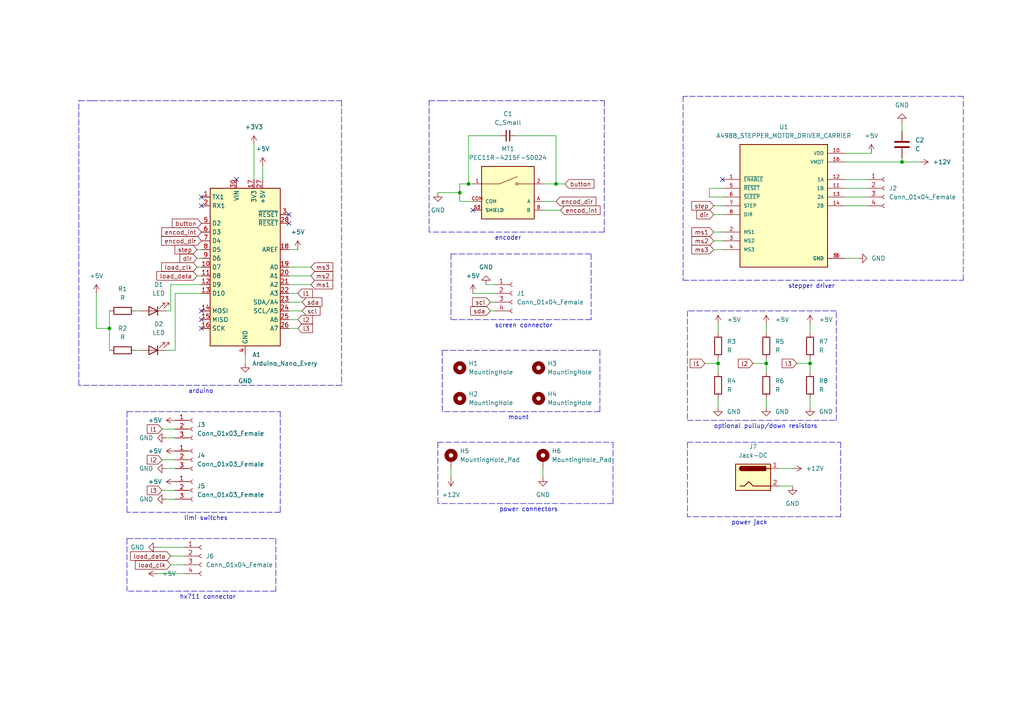
<source format=kicad_sch>
(kicad_sch (version 20211123) (generator eeschema)
  (paper "A4")
  (lib_symbols
    (symbol "A4988_STEPPER_MOTOR_DRIVER_CARRIER:A4988_STEPPER_MOTOR_DRIVER_CARRIER" (pin_names (offset 1.016))
      (property "Reference" "U" (at -12.7 19.05 0))
      (property "Value" "A4988_STEPPER_MOTOR_DRIVER_CARRIER" (at -12.7 -21.59 0))
      (symbol "A4988_STEPPER_MOTOR_DRIVER_CARRIER_0_0"
        (rectangle (start -12.7 -17.78) (end 12.7 17.78) (stroke (width 0.254)) (fill (type background)))
        (pin input line (at -17.78 7.62 0) (length 5.08) (name "~{ENABLE}") (number "1"))
        (pin power_in line (at 17.78 15.24 180) (length 5.08) (name "VDD") (number "10"))
        (pin output line (at 17.78 5.08 180) (length 5.08) (name "1B") (number "11"))
        (pin output line (at 17.78 7.62 180) (length 5.08) (name "1A") (number "12"))
        (pin output line (at 17.78 2.54 180) (length 5.08) (name "2A") (number "13"))
        (pin output line (at 17.78 0 180) (length 5.08) (name "2B") (number "14"))
        (pin power_in line (at 17.78 -15.24 180) (length 5.08) (name "GND") (number "15"))
        (pin power_in line (at 17.78 12.7 180) (length 5.08) (name "VMOT") (number "16"))
        (pin input line (at -17.78 -7.62 0) (length 5.08) (name "MS1") (number "2"))
        (pin input line (at -17.78 -10.16 0) (length 5.08) (name "MS2") (number "3"))
        (pin input line (at -17.78 -12.7 0) (length 5.08) (name "MS3") (number "4"))
        (pin input line (at -17.78 5.08 0) (length 5.08) (name "~{RESET}") (number "5"))
        (pin input line (at -17.78 2.54 0) (length 5.08) (name "~{SLEEP}") (number "6"))
        (pin input line (at -17.78 0 0) (length 5.08) (name "STEP") (number "7"))
        (pin input line (at -17.78 -2.54 0) (length 5.08) (name "DIR") (number "8"))
        (pin power_in line (at 17.78 -15.24 180) (length 5.08) (name "GND") (number "9"))
      )
    )
    (symbol "Connector:Conn_01x03_Female" (pin_names (offset 1.016) hide)
      (property "Reference" "J" (at 0 5.08 0))
      (property "Value" "Conn_01x03_Female" (at 0 -5.08 0))
      (symbol "Conn_01x03_Female_1_1"
        (arc (start 0 -2.032) (mid -0.508 -2.54) (end 0 -3.048) (stroke (width 0.1524)))
        (polyline (pts (xy -1.27 -2.54) (xy -0.508 -2.54)) (stroke (width 0.1524)))
        (polyline (pts (xy -1.27 0) (xy -0.508 0)) (stroke (width 0.1524)))
        (polyline (pts (xy -1.27 2.54) (xy -0.508 2.54)) (stroke (width 0.1524)))
        (arc (start 0 0.508) (mid -0.508 0) (end 0 -0.508) (stroke (width 0.1524)))
        (arc (start 0 3.048) (mid -0.508 2.54) (end 0 2.032) (stroke (width 0.1524)))
        (pin passive line (at -5.08 2.54 0) (length 3.81) (name "Pin_1") (number "1"))
        (pin passive line (at -5.08 0 0) (length 3.81) (name "Pin_2") (number "2"))
        (pin passive line (at -5.08 -2.54 0) (length 3.81) (name "Pin_3") (number "3"))
      )
    )
    (symbol "Connector:Conn_01x04_Female" (pin_names (offset 1.016) hide)
      (property "Reference" "J" (at 0 5.08 0))
      (property "Value" "Conn_01x04_Female" (at 0 -7.62 0))
      (symbol "Conn_01x04_Female_1_1"
        (arc (start 0 -4.572) (mid -0.508 -5.08) (end 0 -5.588) (stroke (width 0.1524)))
        (arc (start 0 -2.032) (mid -0.508 -2.54) (end 0 -3.048) (stroke (width 0.1524)))
        (polyline (pts (xy -1.27 -5.08) (xy -0.508 -5.08)) (stroke (width 0.1524)))
        (polyline (pts (xy -1.27 -2.54) (xy -0.508 -2.54)) (stroke (width 0.1524)))
        (polyline (pts (xy -1.27 0) (xy -0.508 0)) (stroke (width 0.1524)))
        (polyline (pts (xy -1.27 2.54) (xy -0.508 2.54)) (stroke (width 0.1524)))
        (arc (start 0 0.508) (mid -0.508 0) (end 0 -0.508) (stroke (width 0.1524)))
        (arc (start 0 3.048) (mid -0.508 2.54) (end 0 2.032) (stroke (width 0.1524)))
        (pin passive line (at -5.08 2.54 0) (length 3.81) (name "Pin_1") (number "1"))
        (pin passive line (at -5.08 0 0) (length 3.81) (name "Pin_2") (number "2"))
        (pin passive line (at -5.08 -2.54 0) (length 3.81) (name "Pin_3") (number "3"))
        (pin passive line (at -5.08 -5.08 0) (length 3.81) (name "Pin_4") (number "4"))
      )
    )
    (symbol "Connector:Jack-DC" (pin_names (offset 1.016))
      (property "Reference" "J" (at 0 5.334 0))
      (property "Value" "Jack-DC" (at 0 -5.08 0))
      (symbol "Jack-DC_0_1"
        (rectangle (start -5.08 3.81) (end 5.08 -3.81) (stroke (width 0.254)) (fill (type background)))
        (arc (start -3.302 3.175) (mid -3.937 2.54) (end -3.302 1.905) (stroke (width 0.254)))
        (arc (start -3.302 3.175) (mid -3.937 2.54) (end -3.302 1.905) (stroke (width 0.254)) (fill (type outline)))
        (polyline (pts (xy 5.08 2.54) (xy 3.81 2.54)) (stroke (width 0.254)))
        (polyline (pts (xy -3.81 -2.54) (xy -2.54 -2.54) (xy -1.27 -1.27) (xy 0 -2.54) (xy 2.54 -2.54) (xy 5.08 -2.54)) (stroke (width 0.254)))
        (rectangle (start 3.683 3.175) (end -3.302 1.905) (stroke (width 0.254)) (fill (type outline)))
      )
      (symbol "Jack-DC_1_1"
        (pin passive line (at 7.62 2.54 180) (length 2.54) (name "~") (number "1"))
        (pin passive line (at 7.62 -2.54 180) (length 2.54) (name "~") (number "2"))
      )
    )
    (symbol "Device:C" (pin_numbers hide) (pin_names (offset 0.254))
      (property "Reference" "C" (at 0.635 2.54 0))
      (property "Value" "C" (at 0.635 -2.54 0))
      (symbol "C_0_1"
        (polyline (pts (xy -2.032 -0.762) (xy 2.032 -0.762)) (stroke (width 0.508)))
        (polyline (pts (xy -2.032 0.762) (xy 2.032 0.762)) (stroke (width 0.508)))
      )
      (symbol "C_1_1"
        (pin passive line (at 0 3.81 270) (length 2.794) (name "~") (number "1"))
        (pin passive line (at 0 -3.81 90) (length 2.794) (name "~") (number "2"))
      )
    )
    (symbol "Device:C_Small" (pin_numbers hide) (pin_names (offset 0.254) hide)
      (property "Reference" "C" (at 0.254 1.778 0))
      (property "Value" "C_Small" (at 0.254 -2.032 0))
      (symbol "C_Small_0_1"
        (polyline (pts (xy -1.524 -0.508) (xy 1.524 -0.508)) (stroke (width 0.3302)))
        (polyline (pts (xy -1.524 0.508) (xy 1.524 0.508)) (stroke (width 0.3048)))
      )
      (symbol "C_Small_1_1"
        (pin passive line (at 0 2.54 270) (length 2.032) (name "~") (number "1"))
        (pin passive line (at 0 -2.54 90) (length 2.032) (name "~") (number "2"))
      )
    )
    (symbol "Device:LED" (pin_numbers hide) (pin_names (offset 1.016) hide)
      (property "Reference" "D" (at 0 2.54 0))
      (property "Value" "LED" (at 0 -2.54 0))
      (symbol "LED_0_1"
        (polyline (pts (xy -1.27 -1.27) (xy -1.27 1.27)) (stroke (width 0.254)))
        (polyline (pts (xy -1.27 0) (xy 1.27 0)))
        (polyline (pts (xy 1.27 -1.27) (xy 1.27 1.27) (xy -1.27 0) (xy 1.27 -1.27)) (stroke (width 0.254)))
        (polyline (pts (xy -3.048 -0.762) (xy -4.572 -2.286) (xy -3.81 -2.286) (xy -4.572 -2.286) (xy -4.572 -1.524)))
        (polyline (pts (xy -1.778 -0.762) (xy -3.302 -2.286) (xy -2.54 -2.286) (xy -3.302 -2.286) (xy -3.302 -1.524)))
      )
      (symbol "LED_1_1"
        (pin passive line (at -3.81 0 0) (length 2.54) (name "K") (number "1"))
        (pin passive line (at 3.81 0 180) (length 2.54) (name "A") (number "2"))
      )
    )
    (symbol "Device:R" (pin_numbers hide) (pin_names (offset 0))
      (property "Reference" "R" (at 2.032 0 90))
      (property "Value" "R" (at 0 0 90))
      (symbol "R_0_1"
        (rectangle (start -1.016 -2.54) (end 1.016 2.54) (stroke (width 0.254)))
      )
      (symbol "R_1_1"
        (pin passive line (at 0 3.81 270) (length 1.27) (name "~") (number "1"))
        (pin passive line (at 0 -3.81 90) (length 1.27) (name "~") (number "2"))
      )
    )
    (symbol "MCU_Module:Arduino_Nano_Every"
      (property "Reference" "A" (at -10.16 23.495 0))
      (property "Value" "Arduino_Nano_Every" (at 5.08 -24.13 0))
      (symbol "Arduino_Nano_Every_0_1"
        (rectangle (start -10.16 22.86) (end 10.16 -22.86) (stroke (width 0.254)) (fill (type background)))
      )
      (symbol "Arduino_Nano_Every_1_1"
        (pin bidirectional line (at -12.7 20.32 0) (length 2.54) (name "TX1") (number "1"))
        (pin bidirectional line (at -12.7 0 0) (length 2.54) (name "D7") (number "10"))
        (pin bidirectional line (at -12.7 -2.54 0) (length 2.54) (name "D8") (number "11"))
        (pin bidirectional line (at -12.7 -5.08 0) (length 2.54) (name "D9") (number "12"))
        (pin bidirectional line (at -12.7 -7.62 0) (length 2.54) (name "D10") (number "13"))
        (pin bidirectional line (at -12.7 -12.7 0) (length 2.54) (name "MOSI") (number "14"))
        (pin bidirectional line (at -12.7 -15.24 0) (length 2.54) (name "MISO") (number "15"))
        (pin bidirectional line (at -12.7 -17.78 0) (length 2.54) (name "SCK") (number "16"))
        (pin power_out line (at 2.54 25.4 270) (length 2.54) (name "3V3") (number "17"))
        (pin input line (at 12.7 5.08 180) (length 2.54) (name "AREF") (number "18"))
        (pin bidirectional line (at 12.7 0 180) (length 2.54) (name "A0") (number "19"))
        (pin bidirectional line (at -12.7 17.78 0) (length 2.54) (name "RX1") (number "2"))
        (pin bidirectional line (at 12.7 -2.54 180) (length 2.54) (name "A1") (number "20"))
        (pin bidirectional line (at 12.7 -5.08 180) (length 2.54) (name "A2") (number "21"))
        (pin bidirectional line (at 12.7 -7.62 180) (length 2.54) (name "A3") (number "22"))
        (pin bidirectional line (at 12.7 -10.16 180) (length 2.54) (name "SDA/A4") (number "23"))
        (pin bidirectional line (at 12.7 -12.7 180) (length 2.54) (name "SCL/A5") (number "24"))
        (pin bidirectional line (at 12.7 -15.24 180) (length 2.54) (name "A6") (number "25"))
        (pin bidirectional line (at 12.7 -17.78 180) (length 2.54) (name "A7") (number "26"))
        (pin power_out line (at 5.08 25.4 270) (length 2.54) (name "+5V") (number "27"))
        (pin input line (at 12.7 12.7 180) (length 2.54) (name "~{RESET}") (number "28"))
        (pin passive line (at 0 -25.4 90) (length 2.54) hide (name "GND") (number "29"))
        (pin input line (at 12.7 15.24 180) (length 2.54) (name "~{RESET}") (number "3"))
        (pin power_in line (at -2.54 25.4 270) (length 2.54) (name "VIN") (number "30"))
        (pin power_in line (at 0 -25.4 90) (length 2.54) (name "GND") (number "4"))
        (pin bidirectional line (at -12.7 12.7 0) (length 2.54) (name "D2") (number "5"))
        (pin bidirectional line (at -12.7 10.16 0) (length 2.54) (name "D3") (number "6"))
        (pin bidirectional line (at -12.7 7.62 0) (length 2.54) (name "D4") (number "7"))
        (pin bidirectional line (at -12.7 5.08 0) (length 2.54) (name "D5") (number "8"))
        (pin bidirectional line (at -12.7 2.54 0) (length 2.54) (name "D6") (number "9"))
      )
    )
    (symbol "Mechanical:MountingHole" (pin_names (offset 1.016))
      (property "Reference" "H" (at 0 5.08 0))
      (property "Value" "MountingHole" (at 0 3.175 0))
      (symbol "MountingHole_0_1"
        (circle (center 0 0) (radius 1.27) (stroke (width 1.27)))
      )
    )
    (symbol "Mechanical:MountingHole_Pad" (pin_numbers hide) (pin_names (offset 1.016) hide)
      (property "Reference" "H" (at 0 6.35 0))
      (property "Value" "MountingHole_Pad" (at 0 4.445 0))
      (symbol "MountingHole_Pad_0_1"
        (circle (center 0 1.27) (radius 1.27) (stroke (width 1.27)))
      )
      (symbol "MountingHole_Pad_1_1"
        (pin input line (at 0 -2.54 90) (length 2.54) (name "1") (number "1"))
      )
    )
    (symbol "PEC11R-4215F-S0024:PEC11R-4215F-S0024" (pin_names (offset 1.016))
      (property "Reference" "MT" (at -7.62 8.89 0))
      (property "Value" "PEC11R-4215F-S0024" (at -7.62 -8.89 0))
      (symbol "PEC11R-4215F-S0024_0_0"
        (rectangle (start -7.62 -7.62) (end 7.62 7.62) (stroke (width 0.254)) (fill (type background)))
        (polyline (pts (xy -2.54 2.54) (xy -7.62 2.54)) (stroke (width 0.1524)))
        (polyline (pts (xy -2.54 2.54) (xy 2.794 4.6736)) (stroke (width 0.1524)))
        (polyline (pts (xy 7.62 2.54) (xy 2.921 2.54)) (stroke (width 0.1524)))
        (circle (center 2.54 2.54) (radius 0.3302) (stroke (width 0.1524)))
        (pin passive line (at -10.16 2.54 0) (length 2.54) (name "~") (number "1"))
        (pin passive line (at 10.16 2.54 180) (length 2.54) (name "~") (number "2"))
        (pin passive line (at 10.16 -2.54 180) (length 2.54) (name "A") (number "A"))
        (pin passive line (at 10.16 -5.08 180) (length 2.54) (name "B") (number "B"))
        (pin passive line (at -10.16 -2.54 0) (length 2.54) (name "COM") (number "COM"))
        (pin passive line (at -10.16 -5.08 0) (length 2.54) (name "SHIELD") (number "S1"))
        (pin passive line (at -10.16 -5.08 0) (length 2.54) (name "SHIELD") (number "S2"))
      )
    )
    (symbol "power:+12V" (power) (pin_names (offset 0))
      (property "Value" "+12V" (at 0 3.556 0))
      (symbol "+12V_0_1"
        (polyline (pts (xy -0.762 1.27) (xy 0 2.54)))
        (polyline (pts (xy 0 0) (xy 0 2.54)))
        (polyline (pts (xy 0 2.54) (xy 0.762 1.27)))
      )
      (symbol "+12V_1_1"
        (pin power_in line (at 0 0 90) (length 0) hide (name "+12V") (number "1"))
      )
    )
    (symbol "power:+3.3V" (power) (pin_names (offset 0))
      (property "Value" "+3.3V" (at 0 3.556 0))
      (symbol "+3.3V_0_1"
        (polyline (pts (xy -0.762 1.27) (xy 0 2.54)))
        (polyline (pts (xy 0 0) (xy 0 2.54)))
        (polyline (pts (xy 0 2.54) (xy 0.762 1.27)))
      )
      (symbol "+3.3V_1_1"
        (pin power_in line (at 0 0 90) (length 0) hide (name "+3V3") (number "1"))
      )
    )
    (symbol "power:+5V" (power) (pin_names (offset 0))
      (property "Value" "+5V" (at 0 3.556 0))
      (symbol "+5V_0_1"
        (polyline (pts (xy -0.762 1.27) (xy 0 2.54)))
        (polyline (pts (xy 0 0) (xy 0 2.54)))
        (polyline (pts (xy 0 2.54) (xy 0.762 1.27)))
      )
      (symbol "+5V_1_1"
        (pin power_in line (at 0 0 90) (length 0) hide (name "+5V") (number "1"))
      )
    )
    (symbol "power:GND" (power) (pin_names (offset 0))
      (property "Value" "GND" (at 0 -3.81 0))
      (symbol "GND_0_1"
        (polyline (pts (xy 0 0) (xy 0 -1.27) (xy 1.27 -1.27) (xy 0 -2.54) (xy -1.27 -1.27) (xy 0 -1.27)))
      )
      (symbol "GND_1_1"
        (pin power_in line (at 0 0 270) (length 0) hide (name "GND") (number "1"))
      )
    )
  )
  (junction (at 161.29 53.34))
  (junction (at 135.89 53.34))
  (junction (at 261.62 46.99))
  (junction (at 208.28 105.41))
  (junction (at 31.75 95.25))
  (junction (at 133.35 55.88))
  (junction (at 234.95 105.41))
  (junction (at 222.25 105.41))
  (no_connect (at 83.82 62.23))
  (no_connect (at 83.82 64.77))
  (no_connect (at 58.42 57.15))
  (no_connect (at 58.42 59.69))
  (no_connect (at 58.42 90.17))
  (no_connect (at 58.42 92.71))
  (no_connect (at 58.42 95.25))
  (no_connect (at 209.55 52.07))
  (no_connect (at 137.16 60.96))
  (no_connect (at 68.58 52.07))
  (wire (pts (xy 142.24 87.63) (xy 143.51 87.63)))
  (wire (pts (xy 222.25 93.98) (xy 222.25 96.52)))
  (polyline (pts (xy 171.45 92.71) (xy 130.81 92.71)))
  (wire (pts (xy 57.15 72.39) (xy 58.42 72.39)))
  (wire (pts (xy 133.35 55.88) (xy 133.35 53.34)))
  (polyline (pts (xy 124.46 29.21) (xy 128.27 29.21)))
  (wire (pts (xy 218.44 105.41) (xy 222.25 105.41)))
  (polyline (pts (xy 81.28 119.38) (xy 81.28 148.59)))
  (wire (pts (xy 245.11 52.07) (xy 251.46 52.07)))
  (wire (pts (xy 83.82 82.55) (xy 90.17 82.55)))
  (polyline (pts (xy 199.39 128.27) (xy 243.84 128.27)))
  (wire (pts (xy 157.48 53.34) (xy 161.29 53.34)))
  (polyline (pts (xy 173.99 119.38) (xy 128.27 119.38)))
  (wire (pts (xy 46.99 124.46) (xy 50.8 124.46)))
  (wire (pts (xy 83.82 90.17) (xy 87.63 90.17)))
  (wire (pts (xy 245.11 54.61) (xy 251.46 54.61)))
  (polyline (pts (xy 279.4 27.94) (xy 198.12 27.94)))
  (wire (pts (xy 83.82 80.01) (xy 90.17 80.01)))
  (wire (pts (xy 222.25 115.57) (xy 222.25 118.11)))
  (wire (pts (xy 245.11 57.15) (xy 251.46 57.15)))
  (wire (pts (xy 207.01 62.23) (xy 209.55 62.23)))
  (polyline (pts (xy 81.28 148.59) (xy 36.83 148.59)))
  (wire (pts (xy 46.99 142.24) (xy 50.8 142.24)))
  (wire (pts (xy 57.15 80.01) (xy 58.42 80.01)))
  (wire (pts (xy 39.37 101.6) (xy 40.64 101.6)))
  (polyline (pts (xy 99.06 29.21) (xy 99.06 111.76)))
  (polyline (pts (xy 36.83 156.21) (xy 36.83 171.45)))
  (wire (pts (xy 137.16 85.09) (xy 143.51 85.09)))
  (wire (pts (xy 204.47 105.41) (xy 208.28 105.41)))
  (polyline (pts (xy 36.83 119.38) (xy 36.83 148.59)))
  (wire (pts (xy 83.82 95.25) (xy 86.36 95.25)))
  (polyline (pts (xy 242.57 90.17) (xy 199.39 90.17)))
  (wire (pts (xy 207.01 59.69) (xy 209.55 59.69)))
  (wire (pts (xy 39.37 90.17) (xy 40.64 90.17)))
  (polyline (pts (xy 80.01 171.45) (xy 36.83 171.45)))
  (wire (pts (xy 71.12 102.87) (xy 71.12 105.41)))
  (wire (pts (xy 245.11 74.93) (xy 248.92 74.93)))
  (wire (pts (xy 27.94 95.25) (xy 31.75 95.25)))
  (wire (pts (xy 209.55 57.15) (xy 205.74 57.15)))
  (wire (pts (xy 49.53 163.83) (xy 53.34 163.83)))
  (wire (pts (xy 83.82 85.09) (xy 86.36 85.09)))
  (polyline (pts (xy 199.39 121.92) (xy 242.57 121.92)))
  (wire (pts (xy 45.72 158.75) (xy 53.34 158.75)))
  (wire (pts (xy 261.62 46.99) (xy 266.7 46.99)))
  (polyline (pts (xy 128.27 101.6) (xy 173.99 101.6)))
  (polyline (pts (xy 175.26 29.21) (xy 175.26 67.31)))
  (wire (pts (xy 83.82 77.47) (xy 90.17 77.47)))
  (wire (pts (xy 234.95 115.57) (xy 234.95 118.11)))
  (wire (pts (xy 46.99 133.35) (xy 50.8 133.35)))
  (polyline (pts (xy 177.8 146.05) (xy 127 146.05)))
  (wire (pts (xy 76.2 48.26) (xy 76.2 52.07)))
  (wire (pts (xy 157.48 58.42) (xy 161.29 58.42)))
  (wire (pts (xy 27.94 85.09) (xy 27.94 95.25)))
  (wire (pts (xy 130.81 135.89) (xy 130.81 138.43)))
  (wire (pts (xy 161.29 39.37) (xy 161.29 53.34)))
  (wire (pts (xy 207.01 69.85) (xy 209.55 69.85)))
  (wire (pts (xy 144.78 39.37) (xy 135.89 39.37)))
  (wire (pts (xy 83.82 87.63) (xy 87.63 87.63)))
  (wire (pts (xy 31.75 95.25) (xy 31.75 101.6)))
  (wire (pts (xy 234.95 105.41) (xy 234.95 107.95)))
  (polyline (pts (xy 124.46 67.31) (xy 124.46 29.21)))
  (wire (pts (xy 83.82 92.71) (xy 86.36 92.71)))
  (wire (pts (xy 222.25 105.41) (xy 222.25 107.95)))
  (wire (pts (xy 226.06 140.97) (xy 229.87 140.97)))
  (wire (pts (xy 234.95 104.14) (xy 234.95 105.41)))
  (wire (pts (xy 31.75 90.17) (xy 31.75 95.25)))
  (wire (pts (xy 234.95 93.98) (xy 234.95 96.52)))
  (polyline (pts (xy 243.84 128.27) (xy 243.84 149.86)))
  (wire (pts (xy 207.01 72.39) (xy 209.55 72.39)))
  (polyline (pts (xy 99.06 111.76) (xy 22.86 111.76)))
  (polyline (pts (xy 130.81 73.66) (xy 171.45 73.66)))
  (wire (pts (xy 57.15 77.47) (xy 58.42 77.47)))
  (wire (pts (xy 133.35 53.34) (xy 135.89 53.34)))
  (polyline (pts (xy 279.4 81.28) (xy 279.4 27.94)))
  (polyline (pts (xy 175.26 67.31) (xy 124.46 67.31)))
  (wire (pts (xy 50.8 85.09) (xy 58.42 85.09)))
  (wire (pts (xy 261.62 35.56) (xy 261.62 38.1)))
  (polyline (pts (xy 243.84 149.86) (xy 199.39 149.86)))
  (polyline (pts (xy 130.81 73.66) (xy 130.81 92.71)))
  (wire (pts (xy 245.11 44.45) (xy 252.73 44.45)))
  (wire (pts (xy 245.11 46.99) (xy 261.62 46.99)))
  (wire (pts (xy 261.62 45.72) (xy 261.62 46.99)))
  (wire (pts (xy 127 55.88) (xy 133.35 55.88)))
  (wire (pts (xy 57.15 74.93) (xy 58.42 74.93)))
  (polyline (pts (xy 80.01 156.21) (xy 80.01 171.45)))
  (polyline (pts (xy 242.57 121.92) (xy 242.57 90.17)))
  (wire (pts (xy 83.82 72.39) (xy 86.36 72.39)))
  (wire (pts (xy 205.74 57.15) (xy 205.74 54.61)))
  (polyline (pts (xy 36.83 119.38) (xy 81.28 119.38)))
  (polyline (pts (xy 127 128.27) (xy 177.8 128.27)))
  (wire (pts (xy 49.53 90.17) (xy 49.53 82.55)))
  (wire (pts (xy 208.28 115.57) (xy 208.28 118.11)))
  (wire (pts (xy 135.89 39.37) (xy 135.89 53.34)))
  (polyline (pts (xy 26.67 29.21) (xy 99.06 29.21)))
  (wire (pts (xy 50.8 85.09) (xy 50.8 101.6)))
  (polyline (pts (xy 127 128.27) (xy 127 146.05)))
  (wire (pts (xy 48.26 90.17) (xy 49.53 90.17)))
  (wire (pts (xy 161.29 53.34) (xy 163.83 53.34)))
  (wire (pts (xy 133.35 58.42) (xy 133.35 55.88)))
  (wire (pts (xy 226.06 135.89) (xy 229.87 135.89)))
  (wire (pts (xy 231.14 105.41) (xy 234.95 105.41)))
  (polyline (pts (xy 177.8 128.27) (xy 177.8 146.05)))
  (wire (pts (xy 48.26 135.89) (xy 50.8 135.89)))
  (wire (pts (xy 207.01 67.31) (xy 209.55 67.31)))
  (wire (pts (xy 157.48 135.89) (xy 157.48 138.43)))
  (wire (pts (xy 208.28 105.41) (xy 208.28 107.95)))
  (wire (pts (xy 222.25 104.14) (xy 222.25 105.41)))
  (wire (pts (xy 45.72 166.37) (xy 53.34 166.37)))
  (wire (pts (xy 205.74 54.61) (xy 209.55 54.61)))
  (wire (pts (xy 245.11 59.69) (xy 251.46 59.69)))
  (wire (pts (xy 73.66 41.91) (xy 73.66 52.07)))
  (wire (pts (xy 48.26 101.6) (xy 50.8 101.6)))
  (wire (pts (xy 135.89 53.34) (xy 137.16 53.34)))
  (wire (pts (xy 157.48 60.96) (xy 162.56 60.96)))
  (wire (pts (xy 208.28 104.14) (xy 208.28 105.41)))
  (wire (pts (xy 140.97 82.55) (xy 143.51 82.55)))
  (polyline (pts (xy 22.86 111.76) (xy 22.86 29.21)))
  (polyline (pts (xy 199.39 128.27) (xy 199.39 149.86)))
  (polyline (pts (xy 171.45 73.66) (xy 171.45 92.71)))
  (polyline (pts (xy 128.27 101.6) (xy 128.27 119.38)))
  (wire (pts (xy 48.26 144.78) (xy 50.8 144.78)))
  (wire (pts (xy 149.86 39.37) (xy 161.29 39.37)))
  (wire (pts (xy 48.26 127) (xy 50.8 127)))
  (polyline (pts (xy 22.86 29.21) (xy 26.67 29.21)))
  (wire (pts (xy 49.53 161.29) (xy 53.34 161.29)))
  (polyline (pts (xy 198.12 27.94) (xy 198.12 81.28)))
  (wire (pts (xy 142.24 90.17) (xy 143.51 90.17)))
  (polyline (pts (xy 128.27 29.21) (xy 175.26 29.21)))
  (wire (pts (xy 137.16 58.42) (xy 133.35 58.42)))
  (polyline (pts (xy 198.12 81.28) (xy 279.4 81.28)))
  (polyline (pts (xy 36.83 156.21) (xy 80.01 156.21)))
  (polyline (pts (xy 173.99 101.6) (xy 173.99 119.38)))
  (wire (pts (xy 208.28 93.98) (xy 208.28 96.52)))
  (polyline (pts (xy 199.39 90.17) (xy 199.39 121.92)))
  (wire (pts (xy 49.53 82.55) (xy 58.42 82.55)))
  (text "arduino\n" (at 54.61 114.3 0) (effects (font (size 1.27 1.27)) (justify left bottom)))
  (text "encoder\n" (at 143.51 69.85 0) (effects (font (size 1.27 1.27)) (justify left bottom)))
  (text "stepper driver\n" (at 228.6 83.82 0) (effects (font (size 1.27 1.27)) (justify left bottom)))
  (text "limi switches\n" (at 53.34 151.13 0) (effects (font (size 1.27 1.27)) (justify left bottom)))
  (text "power connectors\n" (at 144.78 148.59 0) (effects (font (size 1.27 1.27)) (justify left bottom)))
  (text "screen connector\n" (at 143.51 95.25 0) (effects (font (size 1.27 1.27)) (justify left bottom)))
  (text "mount\n" (at 147.32 121.92 0) (effects (font (size 1.27 1.27)) (justify left bottom)))
  (text "power jack" (at 212.09 152.4 0) (effects (font (size 1.27 1.27)) (justify left bottom)))
  (text "hx711 connector\n" (at 52.07 173.99 0) (effects (font (size 1.27 1.27)) (justify left bottom)))
  (text "optional pullup/down resistors\n" (at 207.01 124.46 0) (effects (font (size 1.27 1.27)) (justify left bottom)))
  (global_label "scl" (shape input) (at 87.63 90.17 0) (property "Intersheet References" "${INTERSHEET_REFS}" (effects hide)))
  (global_label "button" (shape input) (at 163.83 53.34 0) (property "Intersheet References" "${INTERSHEET_REFS}" (effects hide)))
  (global_label "load_clk" (shape input) (at 49.53 163.83 180) (property "Intersheet References" "${INTERSHEET_REFS}" (effects hide)))
  (global_label "ms3" (shape input) (at 90.17 77.47 0) (property "Intersheet References" "${INTERSHEET_REFS}" (effects hide)))
  (global_label "ms1" (shape input) (at 207.01 67.31 180) (property "Intersheet References" "${INTERSHEET_REFS}" (effects hide)))
  (global_label "scl" (shape input) (at 142.24 87.63 180) (property "Intersheet References" "${INTERSHEET_REFS}" (effects hide)))
  (global_label "encod_dir" (shape input) (at 161.29 58.42 0) (property "Intersheet References" "${INTERSHEET_REFS}" (effects hide)))
  (global_label "l3" (shape input) (at 86.36 95.25 0) (property "Intersheet References" "${INTERSHEET_REFS}" (effects hide)))
  (global_label "l3" (shape input) (at 46.99 142.24 180) (property "Intersheet References" "${INTERSHEET_REFS}" (effects hide)))
  (global_label "button" (shape input) (at 58.42 64.77 180) (property "Intersheet References" "${INTERSHEET_REFS}" (effects hide)))
  (global_label "sda" (shape input) (at 87.63 87.63 0) (property "Intersheet References" "${INTERSHEET_REFS}" (effects hide)))
  (global_label "dir" (shape input) (at 57.15 74.93 180) (property "Intersheet References" "${INTERSHEET_REFS}" (effects hide)))
  (global_label "dir" (shape input) (at 207.01 62.23 180) (property "Intersheet References" "${INTERSHEET_REFS}" (effects hide)))
  (global_label "sda" (shape input) (at 142.24 90.17 180) (property "Intersheet References" "${INTERSHEET_REFS}" (effects hide)))
  (global_label "ms2" (shape input) (at 90.17 80.01 0) (property "Intersheet References" "${INTERSHEET_REFS}" (effects hide)))
  (global_label "l2" (shape input) (at 46.99 133.35 180) (property "Intersheet References" "${INTERSHEET_REFS}" (effects hide)))
  (global_label "ms3" (shape input) (at 207.01 72.39 180) (property "Intersheet References" "${INTERSHEET_REFS}" (effects hide)))
  (global_label "l2" (shape input) (at 86.36 92.71 0) (property "Intersheet References" "${INTERSHEET_REFS}" (effects hide)))
  (global_label "l1" (shape input) (at 86.36 85.09 0) (property "Intersheet References" "${INTERSHEET_REFS}" (effects hide)))
  (global_label "l1" (shape input) (at 46.99 124.46 180) (property "Intersheet References" "${INTERSHEET_REFS}" (effects hide)))
  (global_label "ms2" (shape input) (at 207.01 69.85 180) (property "Intersheet References" "${INTERSHEET_REFS}" (effects hide)))
  (global_label "l2" (shape input) (at 218.44 105.41 180) (property "Intersheet References" "${INTERSHEET_REFS}" (effects hide)))
  (global_label "l1" (shape input) (at 204.47 105.41 180) (property "Intersheet References" "${INTERSHEET_REFS}" (effects hide)))
  (global_label "load_clk" (shape input) (at 57.15 77.47 180) (property "Intersheet References" "${INTERSHEET_REFS}" (effects hide)))
  (global_label "load_data" (shape input) (at 57.15 80.01 180) (property "Intersheet References" "${INTERSHEET_REFS}" (effects hide)))
  (global_label "encod_int" (shape input) (at 58.42 67.31 180) (property "Intersheet References" "${INTERSHEET_REFS}" (effects hide)))
  (global_label "encod_int" (shape input) (at 162.56 60.96 0) (property "Intersheet References" "${INTERSHEET_REFS}" (effects hide)))
  (global_label "load_data" (shape input) (at 49.53 161.29 180) (property "Intersheet References" "${INTERSHEET_REFS}" (effects hide)))
  (global_label "encod_dir" (shape input) (at 58.42 69.85 180) (property "Intersheet References" "${INTERSHEET_REFS}" (effects hide)))
  (global_label "l3" (shape input) (at 231.14 105.41 180) (property "Intersheet References" "${INTERSHEET_REFS}" (effects hide)))
  (global_label "ms1" (shape input) (at 90.17 82.55 0) (property "Intersheet References" "${INTERSHEET_REFS}" (effects hide)))
  (global_label "step" (shape input) (at 57.15 72.39 180) (property "Intersheet References" "${INTERSHEET_REFS}" (effects hide)))
  (global_label "step" (shape input) (at 207.01 59.69 180) (property "Intersheet References" "${INTERSHEET_REFS}" (effects hide)))
  (symbol (lib_id "PEC11R-4215F-S0024:PEC11R-4215F-S0024") (at 147.32 55.88 0) (unit 1)
    (property "Reference" "MT1" (at 147.32 43.18 0))
    (property "Value" "PEC11R-4215F-S0024" (at 147.32 45.72 0))
    (property "Footprint" "Rotary_Encoder:RotaryEncoder_Alps_EC11E-Switch_Vertical_H20mm" (effects hide))
    (property "PARTREV" "Rev. 09/19" (effects hide))
    (property "MANUFACTURER" "J.W.Miller/Bourns" (effects hide))
    (property "STANDARD" "Manufacturer Recommendations" (effects hide))
    (property "MAXIMUM_PACKAGE_HEIGHT" "21.5 mm" (effects hide))
  )
  (symbol (lib_id "MCU_Module:Arduino_Nano_Every") (at 71.12 77.47 0) (unit 1)
    (property "Reference" "A1" (at 73.1394 102.87 0) (effects (justify left)))
    (property "Value" "Arduino_Nano_Every" (at 73.1394 105.41 0) (effects (justify left)))
    (property "Footprint" "Module:Arduino_Nano" (effects hide))
    (property "Datasheet" "https://content.arduino.cc/assets/NANOEveryV3.0_sch.pdf" (effects hide))
  )
  (symbol (lib_id "power:GND") (at 248.92 74.93 90) (unit 1)
    (property "Reference" "#PWR09" (effects hide))
    (property "Value" "GND" (at 252.73 74.9299 90) (effects (justify right)))
  )
  (symbol (lib_id "power:+5V") (at 50.8 121.92 90) (unit 1)
    (property "Reference" "#PWR018" (effects hide))
    (property "Value" "+5V" (at 46.99 121.9199 90) (effects (justify left)))
  )
  (symbol (lib_id "Device:R") (at 222.25 111.76 0) (unit 1)
    (property "Reference" "R6" (at 224.79 110.4899 0) (effects (justify left)))
    (property "Value" "R" (at 224.79 113.0299 0) (effects (justify left)))
    (property "Footprint" "Resistor_THT:R_Axial_DIN0411_L9.9mm_D3.6mm_P12.70mm_Horizontal" (effects hide))
  )
  (symbol (lib_id "Mechanical:MountingHole") (at 133.35 115.57 0) (unit 1)
    (property "Reference" "H2" (at 135.89 114.2999 0) (effects (justify left)))
    (property "Value" "MountingHole" (at 135.89 116.8399 0) (effects (justify left)))
    (property "Footprint" "MountingHole:MountingHole_3.2mm_M3_Pad" (effects hide))
  )
  (symbol (lib_id "power:+5V") (at 86.36 72.39 0) (unit 1)
    (property "Reference" "#PWR05" (effects hide))
    (property "Value" "+5V" (at 86.36 67.31 0))
  )
  (symbol (lib_id "Connector:Conn_01x03_Female") (at 55.88 142.24 0) (unit 1)
    (property "Reference" "J5" (at 57.15 140.9699 0) (effects (justify left)))
    (property "Value" "Conn_01x03_Female" (at 57.15 143.5099 0) (effects (justify left)))
    (property "Footprint" "Connector_PinHeader_2.54mm:PinHeader_1x03_P2.54mm_Vertical" (effects hide))
  )
  (symbol (lib_id "Device:R") (at 234.95 100.33 0) (unit 1)
    (property "Reference" "R7" (at 237.49 99.0599 0) (effects (justify left)))
    (property "Value" "R" (at 237.49 101.5999 0) (effects (justify left)))
    (property "Footprint" "Resistor_THT:R_Axial_DIN0411_L9.9mm_D3.6mm_P12.70mm_Horizontal" (effects hide))
  )
  (symbol (lib_id "Device:R") (at 208.28 111.76 0) (unit 1)
    (property "Reference" "R4" (at 210.82 110.4899 0) (effects (justify left)))
    (property "Value" "R" (at 210.82 113.0299 0) (effects (justify left)))
    (property "Footprint" "Resistor_THT:R_Axial_DIN0411_L9.9mm_D3.6mm_P12.70mm_Horizontal" (effects hide))
  )
  (symbol (lib_id "power:+5V") (at 50.8 130.81 90) (unit 1)
    (property "Reference" "#PWR019" (effects hide))
    (property "Value" "+5V" (at 46.99 130.8099 90) (effects (justify left)))
  )
  (symbol (lib_id "Mechanical:MountingHole_Pad") (at 130.81 133.35 0) (unit 1)
    (property "Reference" "H5" (at 133.35 130.8099 0) (effects (justify left)))
    (property "Value" "MountingHole_Pad" (at 133.35 133.3499 0) (effects (justify left)))
    (property "Footprint" "MountingHole:MountingHole_3.2mm_M3_Pad_Via" (effects hide))
  )
  (symbol (lib_id "Device:R") (at 35.56 101.6 270) (unit 1)
    (property "Reference" "R2" (at 35.56 95.25 90))
    (property "Value" "R" (at 35.56 97.79 90))
    (property "Footprint" "Resistor_THT:R_Axial_DIN0411_L9.9mm_D3.6mm_P12.70mm_Horizontal" (effects hide))
  )
  (symbol (lib_id "Mechanical:MountingHole") (at 156.21 106.68 0) (unit 1)
    (property "Reference" "H3" (at 158.75 105.4099 0) (effects (justify left)))
    (property "Value" "MountingHole" (at 158.75 107.9499 0) (effects (justify left)))
    (property "Footprint" "MountingHole:MountingHole_3.2mm_M3_Pad" (effects hide))
  )
  (symbol (lib_id "power:GND") (at 45.72 158.75 270) (unit 1)
    (property "Reference" "#PWR013" (effects hide))
    (property "Value" "GND" (at 41.91 158.7499 90) (effects (justify right)))
  )
  (symbol (lib_id "Mechanical:MountingHole") (at 133.35 106.68 0) (unit 1)
    (property "Reference" "H1" (at 135.89 105.4099 0) (effects (justify left)))
    (property "Value" "MountingHole" (at 135.89 107.9499 0) (effects (justify left)))
    (property "Footprint" "MountingHole:MountingHole_3.2mm_M3_Pad" (effects hide))
  )
  (symbol (lib_id "power:+12V") (at 266.7 46.99 270) (unit 1)
    (property "Reference" "#PWR012" (effects hide))
    (property "Value" "+12V" (at 270.51 46.9899 90) (effects (justify left)))
  )
  (symbol (lib_id "Device:C") (at 261.62 41.91 0) (unit 1)
    (property "Reference" "C2" (at 265.43 40.6399 0) (effects (justify left)))
    (property "Value" "C" (at 265.43 43.1799 0) (effects (justify left)))
    (property "Footprint" "Capacitor_THT:CP_Radial_D10.0mm_P5.00mm" (effects hide))
  )
  (symbol (lib_id "power:GND") (at 208.28 118.11 0) (unit 1)
    (property "Reference" "#PWR026" (effects hide))
    (property "Value" "GND" (at 210.82 119.3799 0) (effects (justify left)))
  )
  (symbol (lib_id "Device:LED") (at 44.45 90.17 180) (unit 1)
    (property "Reference" "D1" (at 46.0375 82.55 0))
    (property "Value" "LED" (at 46.0375 85.09 0))
    (property "Footprint" "LED_THT:LED_D5.0mm" (effects hide))
  )
  (symbol (lib_id "Connector:Conn_01x03_Female") (at 55.88 133.35 0) (unit 1)
    (property "Reference" "J4" (at 57.15 132.0799 0) (effects (justify left)))
    (property "Value" "Conn_01x03_Female" (at 57.15 134.6199 0) (effects (justify left)))
    (property "Footprint" "Connector_PinHeader_2.54mm:PinHeader_1x03_P2.54mm_Vertical" (effects hide))
  )
  (symbol (lib_id "power:GND") (at 48.26 144.78 270) (unit 1)
    (property "Reference" "#PWR017" (effects hide))
    (property "Value" "GND" (at 44.45 144.7799 90) (effects (justify right)))
  )
  (symbol (lib_id "power:GND") (at 140.97 82.55 180) (unit 1)
    (property "Reference" "#PWR08" (effects hide))
    (property "Value" "GND" (at 140.97 77.47 0))
  )
  (symbol (lib_id "power:+5V") (at 252.73 44.45 0) (unit 1)
    (property "Reference" "#PWR010" (effects hide))
    (property "Value" "+5V" (at 252.73 39.37 0))
  )
  (symbol (lib_id "power:GND") (at 157.48 138.43 0) (unit 1)
    (property "Reference" "#PWR022" (effects hide))
    (property "Value" "GND" (at 157.48 143.51 0))
  )
  (symbol (lib_id "power:+5V") (at 45.72 166.37 90) (unit 1)
    (property "Reference" "#PWR014" (effects hide))
    (property "Value" "+5V" (at 46.99 166.3699 90) (effects (justify right)))
  )
  (symbol (lib_id "power:GND") (at 261.62 35.56 180) (unit 1)
    (property "Reference" "#PWR011" (effects hide))
    (property "Value" "GND" (at 261.62 30.48 0))
  )
  (symbol (lib_id "A4988_STEPPER_MOTOR_DRIVER_CARRIER:A4988_STEPPER_MOTOR_DRIVER_CARRIER") (at 227.33 59.69 0) (unit 1)
    (property "Reference" "U1" (at 227.33 36.83 0))
    (property "Value" "A4988_STEPPER_MOTOR_DRIVER_CARRIER" (at 227.33 39.37 0))
    (property "Footprint" "MODULE_A4988_STEPPER_MOTOR_DRIVER_CARRIER" (effects hide))
    (property "MF" "Pololu" (effects hide))
    (property "DESCRIPTION" "Stepper motor controler; IC: A4988; 1A; Uin mot: 8÷35V" (effects hide))
    (property "MP" "A4988 STEPPER MOTOR DRIVER CARRIER" (effects hide))
    (property "PRICE" "None" (effects hide))
    (property "AVAILABILITY" "Unavailable" (effects hide))
    (property "PACKAGE" "None" (effects hide))
  )
  (symbol (lib_id "Device:R") (at 35.56 90.17 270) (unit 1)
    (property "Reference" "R1" (at 35.56 83.82 90))
    (property "Value" "R" (at 35.56 86.36 90))
    (property "Footprint" "Resistor_THT:R_Axial_DIN0411_L9.9mm_D3.6mm_P12.70mm_Horizontal" (effects hide))
  )
  (symbol (lib_id "power:GND") (at 71.12 105.41 0) (unit 1)
    (property "Reference" "#PWR02" (effects hide))
    (property "Value" "GND" (at 71.12 110.49 0))
  )
  (symbol (lib_id "power:+5V") (at 222.25 93.98 0) (unit 1)
    (property "Reference" "#PWR027" (effects hide))
    (property "Value" "+5V" (at 224.79 92.7099 0) (effects (justify left)))
  )
  (symbol (lib_id "power:+5V") (at 208.28 93.98 0) (unit 1)
    (property "Reference" "#PWR025" (effects hide))
    (property "Value" "+5V" (at 210.82 92.7099 0) (effects (justify left)))
  )
  (symbol (lib_id "power:+12V") (at 229.87 135.89 270) (unit 1)
    (property "Reference" "#PWR023" (effects hide))
    (property "Value" "+12V" (at 233.68 135.8899 90) (effects (justify left)))
  )
  (symbol (lib_id "Device:R") (at 234.95 111.76 0) (unit 1)
    (property "Reference" "R8" (at 237.49 110.4899 0) (effects (justify left)))
    (property "Value" "R" (at 237.49 113.0299 0) (effects (justify left)))
    (property "Footprint" "Resistor_THT:R_Axial_DIN0411_L9.9mm_D3.6mm_P12.70mm_Horizontal" (effects hide))
  )
  (symbol (lib_id "power:+5V") (at 76.2 48.26 0) (unit 1)
    (property "Reference" "#PWR04" (effects hide))
    (property "Value" "+5V" (at 76.2 43.18 0))
  )
  (symbol (lib_id "power:+3.3V") (at 73.66 41.91 0) (unit 1)
    (property "Reference" "#PWR03" (effects hide))
    (property "Value" "+3.3V" (at 73.66 36.83 0))
  )
  (symbol (lib_id "Connector:Conn_01x04_Female") (at 148.59 85.09 0) (unit 1)
    (property "Reference" "J1" (at 149.86 85.0899 0) (effects (justify left)))
    (property "Value" "Conn_01x04_Female" (at 149.86 87.6299 0) (effects (justify left)))
    (property "Footprint" "Connector_PinHeader_2.54mm:PinHeader_1x04_P2.54mm_Vertical" (effects hide))
  )
  (symbol (lib_id "power:GND") (at 229.87 140.97 0) (unit 1)
    (property "Reference" "#PWR024" (effects hide))
    (property "Value" "GND" (at 229.87 146.05 0))
  )
  (symbol (lib_id "power:+5V") (at 50.8 139.7 90) (unit 1)
    (property "Reference" "#PWR020" (effects hide))
    (property "Value" "+5V" (at 46.99 139.6999 90) (effects (justify left)))
  )
  (symbol (lib_id "Connector:Conn_01x03_Female") (at 55.88 124.46 0) (unit 1)
    (property "Reference" "J3" (at 57.15 123.1899 0) (effects (justify left)))
    (property "Value" "Conn_01x03_Female" (at 57.15 125.7299 0) (effects (justify left)))
    (property "Footprint" "Connector_PinHeader_2.54mm:PinHeader_1x03_P2.54mm_Vertical" (effects hide))
  )
  (symbol (lib_id "Mechanical:MountingHole") (at 156.21 115.57 0) (unit 1)
    (property "Reference" "H4" (at 158.75 114.2999 0) (effects (justify left)))
    (property "Value" "MountingHole" (at 158.75 116.8399 0) (effects (justify left)))
    (property "Footprint" "MountingHole:MountingHole_3.2mm_M3_Pad" (effects hide))
  )
  (symbol (lib_id "power:GND") (at 222.25 118.11 0) (unit 1)
    (property "Reference" "#PWR028" (effects hide))
    (property "Value" "GND" (at 224.79 119.3799 0) (effects (justify left)))
  )
  (symbol (lib_id "power:GND") (at 127 55.88 0) (unit 1)
    (property "Reference" "#PWR06" (effects hide))
    (property "Value" "GND" (at 127 60.96 0))
  )
  (symbol (lib_id "power:GND") (at 234.95 118.11 0) (unit 1)
    (property "Reference" "#PWR030" (effects hide))
    (property "Value" "GND" (at 237.49 119.3799 0) (effects (justify left)))
  )
  (symbol (lib_id "Device:C_Small") (at 147.32 39.37 90) (unit 1)
    (property "Reference" "C1" (at 147.3263 33.02 90))
    (property "Value" "C_Small" (at 147.3263 35.56 90))
    (property "Footprint" "Capacitor_THT:C_Disc_D3.4mm_W2.1mm_P2.50mm" (effects hide))
  )
  (symbol (lib_id "Device:LED") (at 44.45 101.6 180) (unit 1)
    (property "Reference" "D2" (at 46.0375 93.98 0))
    (property "Value" "LED" (at 46.0375 96.52 0))
    (property "Footprint" "LED_THT:LED_D5.0mm" (effects hide))
  )
  (symbol (lib_id "power:+5V") (at 137.16 85.09 0) (unit 1)
    (property "Reference" "#PWR07" (effects hide))
    (property "Value" "+5V" (at 137.16 80.01 0))
  )
  (symbol (lib_id "power:+5V") (at 234.95 93.98 0) (unit 1)
    (property "Reference" "#PWR029" (effects hide))
    (property "Value" "+5V" (at 237.49 92.7099 0) (effects (justify left)))
  )
  (symbol (lib_id "power:GND") (at 48.26 127 270) (unit 1)
    (property "Reference" "#PWR015" (effects hide))
    (property "Value" "GND" (at 44.45 126.9999 90) (effects (justify right)))
  )
  (symbol (lib_id "Mechanical:MountingHole_Pad") (at 157.48 133.35 0) (unit 1)
    (property "Reference" "H6" (at 160.02 130.8099 0) (effects (justify left)))
    (property "Value" "MountingHole_Pad" (at 160.02 133.3499 0) (effects (justify left)))
    (property "Footprint" "MountingHole:MountingHole_3.2mm_M3_Pad_Via" (effects hide))
  )
  (symbol (lib_id "Device:R") (at 208.28 100.33 0) (unit 1)
    (property "Reference" "R3" (at 210.82 99.0599 0) (effects (justify left)))
    (property "Value" "R" (at 210.82 101.5999 0) (effects (justify left)))
    (property "Footprint" "Resistor_THT:R_Axial_DIN0411_L9.9mm_D3.6mm_P12.70mm_Horizontal" (effects hide))
  )
  (symbol (lib_id "power:+5V") (at 27.94 85.09 0) (unit 1)
    (property "Reference" "#PWR01" (effects hide))
    (property "Value" "+5V" (at 27.94 80.01 0))
  )
  (symbol (lib_id "power:+12V") (at 130.81 138.43 180) (unit 1)
    (property "Reference" "#PWR021" (effects hide))
    (property "Value" "+12V" (at 130.81 143.51 0))
  )
  (symbol (lib_id "Connector:Conn_01x04_Female") (at 58.42 161.29 0) (unit 1)
    (property "Reference" "J6" (at 59.69 161.2899 0) (effects (justify left)))
    (property "Value" "Conn_01x04_Female" (at 59.69 163.8299 0) (effects (justify left)))
    (property "Footprint" "Connector_PinHeader_2.54mm:PinHeader_1x04_P2.54mm_Vertical" (effects hide))
  )
  (symbol (lib_id "power:GND") (at 48.26 135.89 270) (unit 1)
    (property "Reference" "#PWR016" (effects hide))
    (property "Value" "GND" (at 44.45 135.8899 90) (effects (justify right)))
  )
  (symbol (lib_id "Device:R") (at 222.25 100.33 0) (unit 1)
    (property "Reference" "R5" (at 224.79 99.0599 0) (effects (justify left)))
    (property "Value" "R" (at 224.79 101.5999 0) (effects (justify left)))
    (property "Footprint" "Resistor_THT:R_Axial_DIN0411_L9.9mm_D3.6mm_P12.70mm_Horizontal" (effects hide))
  )
  (symbol (lib_id "Connector:Conn_01x04_Female") (at 256.54 54.61 0) (unit 1)
    (property "Reference" "J2" (at 257.81 54.6099 0) (effects (justify left)))
    (property "Value" "Conn_01x04_Female" (at 257.81 57.1499 0) (effects (justify left)))
    (property "Footprint" "Connector_PinHeader_2.54mm:PinHeader_1x04_P2.54mm_Vertical" (effects hide))
  )
  (symbol (lib_id "Connector:Jack-DC") (at 218.44 138.43 0) (unit 1)
    (property "Reference" "J7" (at 218.44 129.54 0))
    (property "Value" "Jack-DC" (at 218.44 132.08 0))
    (property "Footprint" "Connector_BarrelJack:BarrelJack_GCT_DCJ200-10-A_Horizontal" (effects hide))
  )
)
</source>
